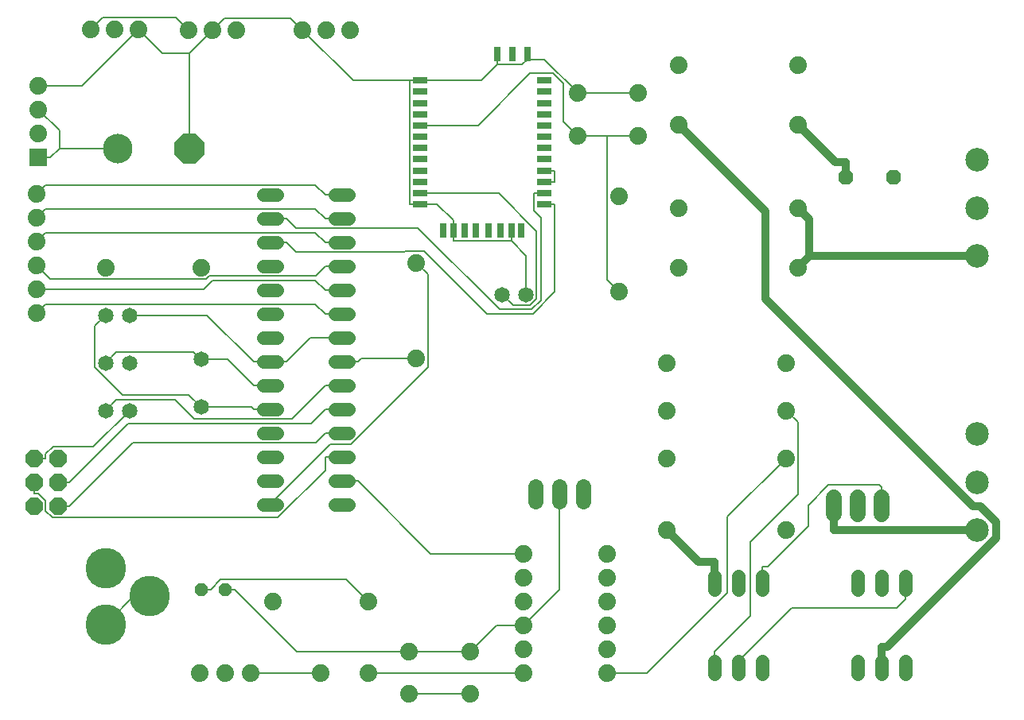
<source format=gtl>
G75*
G70*
%OFA0B0*%
%FSLAX24Y24*%
%IPPOS*%
%LPD*%
%AMOC8*
5,1,8,0,0,1.08239X$1,22.5*
%
%ADD10C,0.0560*%
%ADD11OC8,0.0740*%
%ADD12C,0.0740*%
%ADD13C,0.1700*%
%ADD14C,0.0650*%
%ADD15OC8,0.0560*%
%ADD16R,0.0630X0.0315*%
%ADD17R,0.0315X0.0630*%
%ADD18C,0.0640*%
%ADD19C,0.0680*%
%ADD20C,0.0984*%
%ADD21R,0.0740X0.0740*%
%ADD22OC8,0.0630*%
%ADD23OC8,0.1240*%
%ADD24C,0.1240*%
%ADD25C,0.0080*%
%ADD26C,0.0320*%
D10*
X011702Y009149D02*
X012262Y009149D01*
X012262Y010149D02*
X011702Y010149D01*
X011702Y011149D02*
X012262Y011149D01*
X012262Y012149D02*
X011702Y012149D01*
X011702Y013149D02*
X012262Y013149D01*
X012262Y014149D02*
X011702Y014149D01*
X011702Y015149D02*
X012262Y015149D01*
X012262Y016149D02*
X011702Y016149D01*
X011702Y017149D02*
X012262Y017149D01*
X012262Y018149D02*
X011702Y018149D01*
X011702Y019149D02*
X012262Y019149D01*
X012262Y020149D02*
X011702Y020149D01*
X011702Y021149D02*
X012262Y021149D01*
X012262Y022149D02*
X011702Y022149D01*
X014702Y022149D02*
X015262Y022149D01*
X015262Y021149D02*
X014702Y021149D01*
X014702Y020149D02*
X015262Y020149D01*
X015262Y019149D02*
X014702Y019149D01*
X014702Y018149D02*
X015262Y018149D01*
X015262Y017149D02*
X014702Y017149D01*
X014702Y016149D02*
X015262Y016149D01*
X015262Y015149D02*
X014702Y015149D01*
X014702Y014149D02*
X015262Y014149D01*
X015262Y013149D02*
X014702Y013149D01*
X014702Y012149D02*
X015262Y012149D01*
X015262Y011149D02*
X014702Y011149D01*
X014702Y010149D02*
X015262Y010149D01*
X015262Y009149D02*
X014702Y009149D01*
X030601Y006161D02*
X030601Y005601D01*
X031601Y005601D02*
X031601Y006161D01*
X032601Y006161D02*
X032601Y005601D01*
X036601Y005601D02*
X036601Y006161D01*
X037601Y006161D02*
X037601Y005601D01*
X038601Y005601D02*
X038601Y006161D01*
X038601Y002601D02*
X038601Y002041D01*
X037601Y002041D02*
X037601Y002601D01*
X036601Y002601D02*
X036601Y002041D01*
X032601Y002041D02*
X032601Y002601D01*
X031601Y002601D02*
X031601Y002041D01*
X030601Y002041D02*
X030601Y002601D01*
D11*
X003101Y009101D03*
X002101Y009101D03*
X002101Y010101D03*
X003101Y010101D03*
X003101Y011101D03*
X002101Y011101D03*
D12*
X002209Y017185D03*
X002209Y018185D03*
X002209Y019185D03*
X002209Y020185D03*
X002209Y021185D03*
X002209Y022185D03*
X002289Y024718D03*
X002289Y025718D03*
X002289Y026718D03*
X004491Y029081D03*
X005491Y029081D03*
X006491Y029081D03*
X008571Y029061D03*
X009571Y029061D03*
X010571Y029061D03*
X013345Y029071D03*
X014345Y029071D03*
X015345Y029071D03*
X024865Y026418D03*
X024865Y024638D03*
X027425Y024638D03*
X029101Y025101D03*
X027425Y026418D03*
X029101Y027601D03*
X034101Y027601D03*
X034101Y025101D03*
X034101Y021601D03*
X034101Y019101D03*
X029101Y019101D03*
X026601Y018101D03*
X028601Y015101D03*
X028601Y013101D03*
X028601Y011101D03*
X028601Y008101D03*
X026101Y007101D03*
X026101Y006101D03*
X026101Y005101D03*
X026101Y004101D03*
X026101Y003101D03*
X026101Y002101D03*
X022601Y002101D03*
X022601Y003101D03*
X022601Y004101D03*
X022601Y005101D03*
X022601Y006101D03*
X022601Y007101D03*
X020381Y002991D03*
X020381Y001211D03*
X017821Y001211D03*
X016101Y002101D03*
X017821Y002991D03*
X016101Y005101D03*
X012101Y005101D03*
X011171Y002101D03*
X010101Y002101D03*
X009031Y002101D03*
X014101Y002101D03*
X033601Y008101D03*
X033601Y011101D03*
X033601Y013101D03*
X033601Y015101D03*
X029101Y021601D03*
X026601Y022101D03*
X018112Y019304D03*
X018112Y015304D03*
X009101Y019101D03*
X005101Y019101D03*
D13*
X005101Y004132D03*
X006951Y005313D03*
X005101Y006494D03*
D14*
X005101Y013101D03*
X006101Y013101D03*
X006101Y015101D03*
X005101Y015101D03*
X005101Y017101D03*
X006101Y017101D03*
X009101Y015243D03*
X009101Y013243D03*
X021714Y017970D03*
X022714Y017970D03*
D15*
X010101Y005601D03*
X009101Y005601D03*
D16*
X018284Y021752D03*
X018284Y022225D03*
X018284Y022697D03*
X018284Y023170D03*
X018284Y023642D03*
X018284Y024115D03*
X018284Y024587D03*
X018284Y025059D03*
X018284Y025532D03*
X018284Y026004D03*
X018284Y026477D03*
X018284Y026949D03*
X023481Y026949D03*
X023481Y026477D03*
X023481Y026004D03*
X023481Y025532D03*
X023481Y025059D03*
X023481Y024587D03*
X023481Y024115D03*
X023481Y023642D03*
X023481Y023170D03*
X023481Y022697D03*
X023481Y022225D03*
X023481Y021752D03*
D17*
X022506Y020650D03*
X022103Y020650D03*
X021631Y020650D03*
X021158Y020650D03*
X020607Y020650D03*
X020135Y020650D03*
X019662Y020650D03*
X019260Y020650D03*
X021513Y028052D03*
X022143Y028052D03*
X022773Y028052D03*
D18*
X023101Y009921D02*
X023101Y009281D01*
X024101Y009281D02*
X024101Y009921D01*
X025101Y009921D02*
X025101Y009281D01*
D19*
X035601Y009441D02*
X035601Y008761D01*
X036601Y008761D02*
X036601Y009441D01*
X037601Y009441D02*
X037601Y008761D01*
D20*
X041601Y008093D03*
X041601Y010101D03*
X041601Y012109D03*
X041601Y019593D03*
X041601Y021601D03*
X041601Y023609D03*
D21*
X002289Y023718D03*
D22*
X036101Y022901D03*
X038101Y022901D03*
D23*
X008601Y024101D03*
D24*
X005601Y024101D03*
D25*
X003162Y024101D01*
X003162Y024845D01*
X002289Y025718D01*
X002289Y026718D02*
X004128Y026718D01*
X006491Y029081D01*
X007481Y028091D01*
X008601Y028091D01*
X008601Y024101D01*
X011982Y021149D02*
X012662Y021149D01*
X013062Y020749D01*
X018192Y020749D01*
X021598Y017343D01*
X022954Y017343D01*
X023337Y017727D01*
X023337Y021184D01*
X023046Y021475D01*
X023046Y022225D01*
X023481Y022225D01*
X023481Y021752D02*
X023916Y021752D01*
X023916Y018076D01*
X023010Y017170D01*
X021066Y017170D01*
X018431Y019804D01*
X017677Y019804D01*
X017617Y019744D01*
X013067Y019744D01*
X012662Y020149D01*
X011982Y020149D01*
X013889Y020562D02*
X014302Y020149D01*
X014982Y020149D01*
X013889Y020562D02*
X002586Y020562D01*
X002209Y020185D01*
X002209Y019185D02*
X002783Y018611D01*
X009304Y018611D01*
X009442Y018749D01*
X013902Y018749D01*
X014302Y019149D01*
X014982Y019149D01*
X014302Y018149D02*
X013889Y018562D01*
X009593Y018562D01*
X009216Y018185D01*
X002209Y018185D01*
X002586Y017562D02*
X013889Y017562D01*
X014302Y017149D01*
X014982Y017149D01*
X014982Y018149D02*
X014302Y018149D01*
X013662Y016149D02*
X014982Y016149D01*
X015817Y015304D02*
X015662Y015149D01*
X014982Y015149D01*
X015817Y015304D02*
X018112Y015304D01*
X018602Y014911D02*
X015370Y011679D01*
X014512Y011679D01*
X011982Y009149D01*
X012310Y008610D02*
X014302Y010602D01*
X014302Y011149D01*
X014982Y011149D01*
X014302Y012149D02*
X013902Y011749D01*
X006239Y011749D01*
X003591Y009101D01*
X003101Y009101D01*
X002885Y008610D02*
X002591Y008904D01*
X002591Y009305D01*
X002285Y009611D01*
X002101Y009611D01*
X002101Y010101D01*
X003101Y010101D02*
X003591Y010101D01*
X006039Y012549D01*
X013702Y012549D01*
X014302Y013149D01*
X014982Y013149D01*
X014982Y014149D02*
X014302Y014149D01*
X012902Y012749D01*
X008826Y012749D01*
X008016Y013558D01*
X005558Y013558D01*
X005101Y013101D01*
X005819Y013749D02*
X008595Y013749D01*
X009101Y013243D01*
X011208Y013243D01*
X011302Y013149D01*
X011982Y013149D01*
X011982Y014149D02*
X011302Y014149D01*
X010208Y015243D01*
X009101Y015243D01*
X008782Y015561D01*
X005561Y015561D01*
X005101Y015101D01*
X004653Y014915D02*
X005819Y013749D01*
X006101Y013101D02*
X004591Y011591D01*
X002897Y011591D01*
X002591Y011285D01*
X002591Y011101D01*
X002101Y011101D01*
X002885Y008610D02*
X012310Y008610D01*
X014982Y010149D02*
X015662Y010149D01*
X018710Y007101D01*
X022601Y007101D01*
X024101Y005601D02*
X022601Y004101D01*
X021491Y004101D01*
X020381Y002991D01*
X017821Y002991D01*
X013111Y002991D01*
X010501Y005601D01*
X010101Y005601D01*
X009914Y006014D02*
X009501Y005601D01*
X009101Y005601D01*
X009914Y006014D02*
X015187Y006014D01*
X016101Y005101D01*
X016101Y002101D02*
X022601Y002101D01*
X020381Y001211D02*
X017821Y001211D01*
X014101Y002101D02*
X011171Y002101D01*
X006951Y005313D02*
X006282Y005313D01*
X005101Y004132D01*
X014302Y012149D02*
X014982Y012149D01*
X018602Y014911D02*
X018602Y018814D01*
X018112Y019304D01*
X019662Y020215D02*
X019662Y020650D01*
X019662Y021085D01*
X018995Y021752D01*
X018284Y021752D01*
X017849Y021752D01*
X017849Y026949D01*
X015466Y026949D01*
X013345Y029071D01*
X012848Y029568D01*
X010078Y029568D01*
X009571Y029061D01*
X008601Y028091D01*
X008571Y029061D02*
X008055Y029576D01*
X004986Y029576D01*
X004491Y029081D01*
X003162Y024101D02*
X002779Y023718D01*
X002289Y023718D01*
X002593Y022569D02*
X013881Y022569D01*
X014302Y022149D01*
X014982Y022149D01*
X014302Y021149D02*
X013889Y021562D01*
X002586Y021562D01*
X002209Y021185D01*
X002209Y022185D02*
X002593Y022569D01*
X002586Y017562D02*
X002209Y017185D01*
X004653Y016653D02*
X004653Y014915D01*
X004653Y016653D02*
X005101Y017101D01*
X006101Y017101D02*
X009350Y017101D01*
X011302Y015149D01*
X011982Y015149D01*
X012662Y015149D01*
X013662Y016149D01*
X019662Y020215D02*
X022103Y020215D01*
X022103Y020650D01*
X022103Y020215D02*
X022714Y019604D01*
X022714Y017970D01*
X023161Y017786D02*
X022880Y017505D01*
X022179Y017505D01*
X021714Y017970D01*
X023161Y017786D02*
X023161Y020638D01*
X021574Y022225D01*
X018284Y022225D01*
X014982Y021149D02*
X014302Y021149D01*
X018284Y025059D02*
X020707Y025059D01*
X022890Y027242D01*
X023835Y027242D01*
X024266Y026811D01*
X024266Y025237D01*
X024865Y024638D01*
X026098Y024638D01*
X026098Y018604D01*
X026601Y018101D01*
X023916Y022697D02*
X023481Y022697D01*
X023916Y022697D02*
X023916Y023170D01*
X023481Y023170D01*
X026098Y024638D02*
X027425Y024638D01*
X027425Y026418D02*
X024865Y026418D01*
X024865Y026448D01*
X023479Y027834D01*
X022773Y027834D01*
X022773Y028052D01*
X022773Y027834D02*
X022555Y027617D01*
X021513Y027617D01*
X020845Y026949D01*
X018284Y026949D01*
X017849Y026949D01*
X021513Y027617D02*
X021513Y027657D01*
X021513Y028052D01*
X033601Y013101D02*
X034096Y012605D01*
X034096Y009591D01*
X032101Y007596D01*
X032101Y004501D01*
X030601Y003001D01*
X030601Y002601D01*
X031601Y002601D02*
X033835Y004835D01*
X038235Y004835D01*
X038601Y005201D01*
X038601Y005601D01*
X034541Y008247D02*
X032854Y006561D01*
X032601Y006561D01*
X032601Y005601D01*
X031150Y005468D02*
X027783Y002101D01*
X026101Y002101D01*
X031150Y005468D02*
X031150Y008650D01*
X033601Y011101D01*
X035383Y009974D02*
X034541Y009131D01*
X034541Y008247D01*
X035383Y009974D02*
X037528Y009974D01*
X037601Y009901D01*
X037601Y009101D01*
X024101Y009601D02*
X024101Y005601D01*
D26*
X028601Y008101D02*
X029951Y006751D01*
X030601Y006751D01*
X030601Y005601D01*
X035601Y008111D02*
X035601Y009101D01*
X035601Y008111D02*
X035619Y008093D01*
X041601Y008093D01*
X042415Y008424D02*
X042415Y007760D01*
X037845Y003191D01*
X037601Y003191D01*
X037601Y002601D01*
X042415Y008424D02*
X041742Y009097D01*
X041441Y009097D01*
X032757Y017781D01*
X032757Y021445D01*
X029101Y025101D01*
X034101Y025101D02*
X035676Y023526D01*
X036101Y023526D01*
X036101Y022901D01*
X034593Y021109D02*
X034101Y021601D01*
X034593Y021109D02*
X034593Y019593D01*
X041601Y019593D01*
X034593Y019593D02*
X034101Y019101D01*
M02*

</source>
